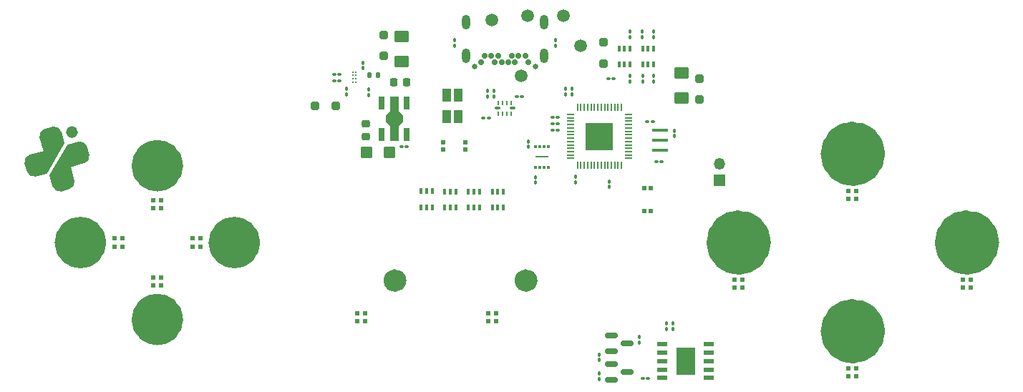
<source format=gbr>
G04 #@! TF.GenerationSoftware,KiCad,Pcbnew,7.0.6*
G04 #@! TF.CreationDate,2023-08-31T16:45:56-07:00*
G04 #@! TF.ProjectId,sgpp_main_pcb,73677070-5f6d-4616-996e-5f7063622e6b,1*
G04 #@! TF.SameCoordinates,Original*
G04 #@! TF.FileFunction,Soldermask,Top*
G04 #@! TF.FilePolarity,Negative*
%FSLAX46Y46*%
G04 Gerber Fmt 4.6, Leading zero omitted, Abs format (unit mm)*
G04 Created by KiCad (PCBNEW 7.0.6) date 2023-08-31 16:45:56*
%MOMM*%
%LPD*%
G01*
G04 APERTURE LIST*
G04 Aperture macros list*
%AMRoundRect*
0 Rectangle with rounded corners*
0 $1 Rounding radius*
0 $2 $3 $4 $5 $6 $7 $8 $9 X,Y pos of 4 corners*
0 Add a 4 corners polygon primitive as box body*
4,1,4,$2,$3,$4,$5,$6,$7,$8,$9,$2,$3,0*
0 Add four circle primitives for the rounded corners*
1,1,$1+$1,$2,$3*
1,1,$1+$1,$4,$5*
1,1,$1+$1,$6,$7*
1,1,$1+$1,$8,$9*
0 Add four rect primitives between the rounded corners*
20,1,$1+$1,$2,$3,$4,$5,0*
20,1,$1+$1,$4,$5,$6,$7,0*
20,1,$1+$1,$6,$7,$8,$9,0*
20,1,$1+$1,$8,$9,$2,$3,0*%
%AMFreePoly0*
4,1,13,0.900000,0.500000,2.600000,0.500000,2.600000,-0.500000,0.900000,-0.500000,0.400000,-1.000000,-0.400000,-1.000000,-0.900000,-0.500000,-2.600000,-0.500000,-2.600000,0.500000,-0.900000,0.500000,-0.400000,1.000000,0.400000,1.000000,0.900000,0.500000,0.900000,0.500000,$1*%
G04 Aperture macros list end*
%ADD10C,3.800000*%
%ADD11C,3.050000*%
%ADD12C,1.354710*%
%ADD13C,0.152400*%
%ADD14C,0.650000*%
%ADD15C,0.700000*%
%ADD16O,1.003200X1.753200*%
%ADD17RoundRect,0.100000X-0.130000X-0.100000X0.130000X-0.100000X0.130000X0.100000X-0.130000X0.100000X0*%
%ADD18RoundRect,0.140000X0.140000X0.170000X-0.140000X0.170000X-0.140000X-0.170000X0.140000X-0.170000X0*%
%ADD19C,0.230000*%
%ADD20RoundRect,0.100000X0.100000X-0.130000X0.100000X0.130000X-0.100000X0.130000X-0.100000X-0.130000X0*%
%ADD21RoundRect,0.100000X0.130000X0.100000X-0.130000X0.100000X-0.130000X-0.100000X0.130000X-0.100000X0*%
%ADD22RoundRect,0.100000X-0.100000X0.130000X-0.100000X-0.130000X0.100000X-0.130000X0.100000X0.130000X0*%
%ADD23RoundRect,0.250000X-0.250000X-0.250000X0.250000X-0.250000X0.250000X0.250000X-0.250000X0.250000X0*%
%ADD24RoundRect,0.150000X-0.587500X-0.150000X0.587500X-0.150000X0.587500X0.150000X-0.587500X0.150000X0*%
%ADD25R,0.550000X0.550000*%
%ADD26RoundRect,0.050000X0.050000X-0.387500X0.050000X0.387500X-0.050000X0.387500X-0.050000X-0.387500X0*%
%ADD27RoundRect,0.050000X0.387500X-0.050000X0.387500X0.050000X-0.387500X0.050000X-0.387500X-0.050000X0*%
%ADD28R,3.200000X3.200000*%
%ADD29R,0.300000X0.400000*%
%ADD30R,1.600000X0.200000*%
%ADD31RoundRect,0.250000X-0.250000X0.250000X-0.250000X-0.250000X0.250000X-0.250000X0.250000X0.250000X0*%
%ADD32R,0.500000X0.550000*%
%ADD33RoundRect,0.250000X0.250000X-0.250000X0.250000X0.250000X-0.250000X0.250000X-0.250000X-0.250000X0*%
%ADD34C,1.500000*%
%ADD35R,0.400000X0.650000*%
%ADD36C,0.500000*%
%ADD37R,0.550000X0.500000*%
%ADD38RoundRect,0.250001X0.624999X-0.462499X0.624999X0.462499X-0.624999X0.462499X-0.624999X-0.462499X0*%
%ADD39RoundRect,0.250000X-0.450000X-0.425000X0.450000X-0.425000X0.450000X0.425000X-0.450000X0.425000X0*%
%ADD40R,1.300000X0.600000*%
%ADD41R,2.300000X3.200000*%
%ADD42R,1.900000X0.400000*%
%ADD43RoundRect,0.225000X-0.225000X-0.250000X0.225000X-0.250000X0.225000X0.250000X-0.225000X0.250000X0*%
%ADD44R,1.000000X1.500000*%
%ADD45R,1.350000X1.350000*%
%ADD46O,1.350000X1.350000*%
%ADD47RoundRect,0.225000X0.250000X-0.225000X0.250000X0.225000X-0.250000X0.225000X-0.250000X-0.225000X0*%
%ADD48R,0.700000X1.500000*%
%ADD49FreePoly0,90.000000*%
%ADD50RoundRect,0.250001X-0.624999X0.462499X-0.624999X-0.462499X0.624999X-0.462499X0.624999X0.462499X0*%
%ADD51RoundRect,0.050000X0.075000X-0.225000X0.075000X0.225000X-0.075000X0.225000X-0.075000X-0.225000X0*%
%ADD52RoundRect,0.050000X0.050000X-0.225000X0.050000X0.225000X-0.050000X0.225000X-0.050000X-0.225000X0*%
%ADD53RoundRect,0.050000X0.250000X-0.100000X0.250000X0.100000X-0.250000X0.100000X-0.250000X-0.100000X0*%
G04 APERTURE END LIST*
D10*
X179550000Y-104644925D02*
G75*
G03*
X179550000Y-104644925I-1900000J0D01*
G01*
X193050000Y-115144925D02*
G75*
G03*
X193050000Y-115144925I-1900000J0D01*
G01*
X193050000Y-94144925D02*
G75*
G03*
X193050000Y-94144925I-1900000J0D01*
G01*
D11*
X119524798Y-104657425D02*
G75*
G03*
X119524798Y-104657425I-1525000J0D01*
G01*
D12*
X137677355Y-109148425D02*
G75*
G03*
X137677355Y-109148425I-677355J0D01*
G01*
D11*
X110425000Y-95557627D02*
G75*
G03*
X110425000Y-95557627I-1525000J0D01*
G01*
X101325202Y-104657425D02*
G75*
G03*
X101325202Y-104657425I-1525000J0D01*
G01*
X110425000Y-113757223D02*
G75*
G03*
X110425000Y-113757223I-1525000J0D01*
G01*
D13*
X93284029Y-95233678D02*
X93405810Y-95738093D01*
X93552535Y-96235693D02*
X93405779Y-95737971D01*
X93818954Y-94333219D02*
X95497054Y-93883544D01*
X94466041Y-96748021D02*
X95771813Y-96398118D01*
X95047379Y-92205441D02*
X95497054Y-93883544D01*
X95559707Y-91291935D02*
X96057429Y-91145179D01*
X95771813Y-96398118D02*
X97812109Y-92864219D01*
X96245697Y-96677328D02*
X98290931Y-93134875D01*
X96561722Y-91023429D02*
X96057307Y-91145210D01*
X96593819Y-97976446D02*
X96245697Y-96677328D01*
X97462181Y-91558354D02*
X97812109Y-92864219D01*
X97494278Y-98511371D02*
X97998693Y-98389590D01*
X98496293Y-98242865D02*
X97998571Y-98389621D01*
X99008621Y-97329359D02*
X98558946Y-95651256D01*
X99589959Y-92786779D02*
X98290931Y-93134875D01*
X100237046Y-95201581D02*
X98558946Y-95651256D01*
X100503465Y-93299107D02*
X100650221Y-93796829D01*
X100771971Y-94301122D02*
X100650190Y-93796707D01*
X93818954Y-94333220D02*
G75*
G03*
X93284030Y-95233678I194126J-724439D01*
G01*
X93552536Y-96235693D02*
G75*
G03*
X94466041Y-96748020I719379J212112D01*
G01*
X95559707Y-91291936D02*
G75*
G03*
X95047380Y-92205441I212112J-719379D01*
G01*
X97462180Y-91558354D02*
G75*
G03*
X96561722Y-91023430I-724439J-194126D01*
G01*
X96593820Y-97976446D02*
G75*
G03*
X97494278Y-98511370I724439J194126D01*
G01*
X98496293Y-98242864D02*
G75*
G03*
X99008620Y-97329359I-212112J719379D01*
G01*
X100503464Y-93299107D02*
G75*
G03*
X99589959Y-92786779I-719374J-212103D01*
G01*
X100237046Y-95201579D02*
G75*
G03*
X100771971Y-94301122I-194126J724439D01*
G01*
X99417959Y-91588966D02*
G75*
G03*
X99417959Y-91588966I-625000J0D01*
G01*
G36*
X99052996Y-91002398D02*
G01*
X99272995Y-91187398D01*
X99403000Y-91437402D01*
X99397999Y-91732400D01*
X99277999Y-91967403D01*
X99128003Y-92107400D01*
X98928001Y-92197402D01*
X98708000Y-92207399D01*
X98522996Y-92152400D01*
X98333001Y-92032404D01*
X98223004Y-91852409D01*
X98163000Y-91707400D01*
X98163000Y-91482405D01*
X98223001Y-91312396D01*
X98327998Y-91132404D01*
X98562995Y-90997402D01*
X98763005Y-90967402D01*
X99052996Y-91002398D01*
G37*
G36*
X96938002Y-91012401D02*
G01*
X97198007Y-91152405D01*
X97368001Y-91337400D01*
X97488001Y-91677405D01*
X97807999Y-92847400D01*
X95763002Y-96392399D01*
X94473008Y-96742398D01*
X94277998Y-96767401D01*
X94092998Y-96752399D01*
X93908006Y-96692399D01*
X93722998Y-96542399D01*
X93588001Y-96357400D01*
X93248000Y-95152397D01*
X93258001Y-94942403D01*
X93313001Y-94752401D01*
X93397999Y-94607403D01*
X93553000Y-94437400D01*
X93803003Y-94322401D01*
X95474414Y-93874702D01*
X95478906Y-93873497D01*
X95482999Y-93872401D01*
X95058020Y-92287473D01*
X95039486Y-92276862D01*
X95016000Y-92127404D01*
X95043003Y-91817398D01*
X95158001Y-91562401D01*
X95333003Y-91362398D01*
X95888026Y-91167392D01*
X96587998Y-91002404D01*
X96938002Y-91012401D01*
G37*
G36*
X99963002Y-92777401D02*
G01*
X100147994Y-92837401D01*
X100333002Y-92987401D01*
X100467999Y-93172400D01*
X100808000Y-94377403D01*
X100797999Y-94587397D01*
X100742999Y-94777399D01*
X100658001Y-94922397D01*
X100503000Y-95092400D01*
X100252997Y-95207399D01*
X98581586Y-95655098D01*
X98577094Y-95656303D01*
X98573001Y-95657399D01*
X98997980Y-97242327D01*
X99016514Y-97252938D01*
X99040000Y-97402396D01*
X99012997Y-97712402D01*
X98897999Y-97967399D01*
X98722997Y-98167402D01*
X98167974Y-98362408D01*
X97468002Y-98527396D01*
X97117998Y-98517399D01*
X96857993Y-98377395D01*
X96687999Y-98192400D01*
X96567999Y-97852395D01*
X96248001Y-96682400D01*
X98292998Y-93137401D01*
X99582992Y-92787402D01*
X99778002Y-92762399D01*
X99963002Y-92777401D01*
G37*
D12*
X153177355Y-109148425D02*
G75*
G03*
X153177355Y-109148425I-677355J0D01*
G01*
D10*
X206550000Y-104644925D02*
G75*
G03*
X206550000Y-104644925I-1900000J0D01*
G01*
D14*
X146400000Y-83842425D03*
X153600000Y-83842425D03*
D15*
X152800000Y-83302425D03*
X152400000Y-82592425D03*
X151600000Y-82592425D03*
X151200000Y-83302425D03*
X150800000Y-82592425D03*
X150400000Y-83302425D03*
X149600000Y-83302425D03*
X149200000Y-82592425D03*
X148800000Y-83302425D03*
X148400000Y-82592425D03*
X147600000Y-82592425D03*
X147200000Y-83302425D03*
D16*
X145400000Y-82592425D03*
X145400000Y-78592425D03*
X154600000Y-82592425D03*
X154600000Y-78592425D03*
D17*
X129786617Y-84757101D03*
X130426617Y-84757101D03*
D18*
X134970617Y-84868934D03*
X134010617Y-84868934D03*
D19*
X131992617Y-84465101D03*
X132392617Y-84465101D03*
X131992617Y-84865101D03*
X132392617Y-84865101D03*
X131992617Y-85265101D03*
X132392617Y-85265101D03*
X131992617Y-85665101D03*
X132392617Y-85665101D03*
D20*
X133934200Y-87188000D03*
X133934200Y-86548000D03*
X133225057Y-84000021D03*
X133225057Y-83360021D03*
D21*
X130426617Y-85519101D03*
X129786617Y-85519101D03*
D22*
X131256387Y-86469101D03*
X131256387Y-87109101D03*
D23*
X127502600Y-88468200D03*
X130002600Y-88468200D03*
D24*
X162613100Y-115618562D03*
X162613100Y-117518562D03*
X164488100Y-116568562D03*
D25*
X190625000Y-99482425D03*
X191575000Y-99482425D03*
X191575000Y-98532425D03*
X190625000Y-98532425D03*
X108425000Y-100562425D03*
X109375000Y-100562425D03*
X109375000Y-99612425D03*
X108425000Y-99612425D03*
D26*
X158595680Y-95532853D03*
X158995680Y-95532853D03*
X159395680Y-95532853D03*
X159795680Y-95532853D03*
X160195680Y-95532853D03*
X160595680Y-95532853D03*
X160995680Y-95532853D03*
X161395680Y-95532853D03*
X161795680Y-95532853D03*
X162195680Y-95532853D03*
X162595680Y-95532853D03*
X162995680Y-95532853D03*
X163395680Y-95532853D03*
X163795680Y-95532853D03*
D27*
X164633180Y-94695353D03*
X164633180Y-94295353D03*
X164633180Y-93895353D03*
X164633180Y-93495353D03*
X164633180Y-93095353D03*
X164633180Y-92695353D03*
X164633180Y-92295353D03*
X164633180Y-91895353D03*
X164633180Y-91495353D03*
X164633180Y-91095353D03*
X164633180Y-90695353D03*
X164633180Y-90295353D03*
X164633180Y-89895353D03*
X164633180Y-89495353D03*
D26*
X163795680Y-88657853D03*
X163395680Y-88657853D03*
X162995680Y-88657853D03*
X162595680Y-88657853D03*
X162195680Y-88657853D03*
X161795680Y-88657853D03*
X161395680Y-88657853D03*
X160995680Y-88657853D03*
X160595680Y-88657853D03*
X160195680Y-88657853D03*
X159795680Y-88657853D03*
X159395680Y-88657853D03*
X158995680Y-88657853D03*
X158595680Y-88657853D03*
D27*
X157758180Y-89495353D03*
X157758180Y-89895353D03*
X157758180Y-90295353D03*
X157758180Y-90695353D03*
X157758180Y-91095353D03*
X157758180Y-91495353D03*
X157758180Y-91895353D03*
X157758180Y-92295353D03*
X157758180Y-92695353D03*
X157758180Y-93095353D03*
X157758180Y-93495353D03*
X157758180Y-93895353D03*
X157758180Y-94295353D03*
X157758180Y-94695353D03*
D28*
X161195680Y-92095353D03*
D20*
X169113200Y-114874000D03*
X169113200Y-114234000D03*
D22*
X169900600Y-114234000D03*
X169900600Y-114874000D03*
D25*
X177125000Y-109982425D03*
X178075000Y-109982425D03*
X178075000Y-109032425D03*
X177125000Y-109032425D03*
D29*
X153603839Y-95730818D03*
X154103839Y-95730818D03*
X154603839Y-95730818D03*
X155103839Y-95730818D03*
X155103839Y-93330818D03*
X154603839Y-93330818D03*
X154103839Y-93330818D03*
X153603839Y-93330818D03*
D30*
X154353839Y-94530818D03*
D21*
X168544200Y-95072200D03*
X167904200Y-95072200D03*
D31*
X173049078Y-85243791D03*
X173049078Y-87743791D03*
D25*
X132525000Y-113962425D03*
X133475000Y-113962425D03*
X133475000Y-113012425D03*
X132525000Y-113012425D03*
D31*
X161702814Y-80976323D03*
X161702814Y-83476323D03*
D22*
X161185407Y-117912482D03*
X161185407Y-118552482D03*
D32*
X167278000Y-98243000D03*
X166478000Y-98243000D03*
X167278000Y-100893000D03*
X166478000Y-100893000D03*
D20*
X166283024Y-85568716D03*
X166283024Y-84928716D03*
X162357100Y-98053897D03*
X162357100Y-97413897D03*
D33*
X135665956Y-82558529D03*
X135665956Y-80058529D03*
D20*
X157906304Y-87125125D03*
X157906304Y-86485125D03*
D17*
X137758163Y-93294934D03*
X138398163Y-93294934D03*
D22*
X164796362Y-79698927D03*
X164796362Y-80338927D03*
D20*
X158352939Y-97509723D03*
X158352939Y-96869723D03*
X152810910Y-93318611D03*
X152810910Y-92678611D03*
D34*
X158927800Y-81381600D03*
D35*
X149819674Y-98621320D03*
X149169674Y-98621320D03*
X148519674Y-98621320D03*
X148519674Y-100521320D03*
X149169674Y-100521320D03*
X149819674Y-100521320D03*
D21*
X148097200Y-89916000D03*
X147457200Y-89916000D03*
D36*
X136500000Y-109148425D03*
X137500000Y-109148425D03*
D25*
X113025000Y-105132425D03*
X113975000Y-105132425D03*
X113975000Y-104182425D03*
X113025000Y-104182425D03*
D17*
X151406885Y-87373476D03*
X152046885Y-87373476D03*
D24*
X162613100Y-119039600D03*
X162613100Y-120939600D03*
X164488100Y-119989600D03*
D37*
X142693000Y-92818000D03*
X142693000Y-93618000D03*
X145343000Y-92818000D03*
X145343000Y-93618000D03*
D17*
X162214600Y-85242400D03*
X162854600Y-85242400D03*
X155620853Y-91341188D03*
X156260853Y-91341188D03*
D38*
X170922381Y-87522240D03*
X170922381Y-84547240D03*
D25*
X148025000Y-113962425D03*
X148975000Y-113962425D03*
X148975000Y-113012425D03*
X148025000Y-113012425D03*
D20*
X153644600Y-97551200D03*
X153644600Y-96911200D03*
D34*
X156921200Y-77851000D03*
D22*
X167582546Y-79682900D03*
X167582546Y-80322900D03*
D35*
X144189674Y-98621320D03*
X143539674Y-98621320D03*
X142889674Y-98621320D03*
X142889674Y-100521320D03*
X143539674Y-100521320D03*
X144189674Y-100521320D03*
D25*
X108425000Y-109732425D03*
X109375000Y-109732425D03*
X109375000Y-108782425D03*
X108425000Y-108782425D03*
D39*
X133642607Y-93993901D03*
X136342607Y-93993901D03*
D40*
X174140965Y-120693298D03*
X174140965Y-119693298D03*
X174140965Y-118693298D03*
X174140965Y-117693298D03*
X174140965Y-116693298D03*
X168640965Y-116693298D03*
X168640965Y-117693298D03*
X168640965Y-118693298D03*
X168640965Y-119693298D03*
X168640965Y-120693298D03*
D41*
X171390965Y-118693298D03*
D35*
X141395674Y-98594320D03*
X140745674Y-98594320D03*
X140095674Y-98594320D03*
X140095674Y-100494320D03*
X140745674Y-100494320D03*
X141395674Y-100494320D03*
D21*
X167493180Y-90339353D03*
X166853180Y-90339353D03*
D34*
X151968200Y-84886800D03*
D17*
X155620853Y-90593353D03*
X156260853Y-90593353D03*
D20*
X144018000Y-81346000D03*
X144018000Y-80706000D03*
D42*
X168376600Y-93763800D03*
X168376600Y-92563800D03*
X168376600Y-91363800D03*
D43*
X136842200Y-85699600D03*
X138392200Y-85699600D03*
D20*
X167581248Y-85583783D03*
X167581248Y-84943783D03*
D22*
X166256061Y-79702188D03*
X166256061Y-80342188D03*
D21*
X166927409Y-120696962D03*
X166287409Y-120696962D03*
D44*
X144455520Y-89765800D03*
X143155520Y-89765800D03*
D17*
X155617393Y-89831353D03*
X156257393Y-89831353D03*
D35*
X146983674Y-98621320D03*
X146333674Y-98621320D03*
X145683674Y-98621320D03*
X145683674Y-100521320D03*
X146333674Y-100521320D03*
X146983674Y-100521320D03*
D34*
X152654000Y-77825600D03*
D45*
X175361600Y-97300800D03*
D46*
X175361600Y-95300800D03*
D22*
X170027600Y-91399400D03*
X170027600Y-92039400D03*
D20*
X164787763Y-85563797D03*
X164787763Y-84923797D03*
X157137453Y-87126612D03*
X157137453Y-86486612D03*
X147968546Y-87349825D03*
X147968546Y-86709825D03*
D47*
X133578316Y-92150351D03*
X133578316Y-90600351D03*
D35*
X166284012Y-83575538D03*
X166934012Y-83575538D03*
X167584012Y-83575538D03*
X167584012Y-81675538D03*
X166934012Y-81675538D03*
X166284012Y-81675538D03*
D25*
X190625000Y-120482425D03*
X191575000Y-120482425D03*
X191575000Y-119532425D03*
X190625000Y-119532425D03*
D22*
X155956000Y-80706000D03*
X155956000Y-81346000D03*
D44*
X144455520Y-87225800D03*
X143155520Y-87225800D03*
D22*
X165880287Y-115859600D03*
X165880287Y-116499600D03*
D36*
X152000000Y-109148425D03*
X153000000Y-109148425D03*
D48*
X135398757Y-91846440D03*
D49*
X136898757Y-89996440D03*
D48*
X138398757Y-91846440D03*
X138398757Y-88146440D03*
X135398757Y-88146440D03*
D34*
X148488400Y-78282800D03*
D20*
X161185407Y-120817600D03*
X161185407Y-120177600D03*
D25*
X204125000Y-109982425D03*
X205075000Y-109982425D03*
X205075000Y-109032425D03*
X204125000Y-109032425D03*
D35*
X163490012Y-83575538D03*
X164140012Y-83575538D03*
X164790012Y-83575538D03*
X164790012Y-81675538D03*
X164140012Y-81675538D03*
X163490012Y-81675538D03*
D25*
X103825000Y-105132425D03*
X104775000Y-105132425D03*
X104775000Y-104182425D03*
X103825000Y-104182425D03*
D50*
X137814537Y-80258662D03*
X137814537Y-83233662D03*
D51*
X149250546Y-89448000D03*
D52*
X149750546Y-89448000D03*
X150250546Y-89448000D03*
D51*
X150750546Y-89448000D03*
D53*
X150900546Y-88773000D03*
D51*
X150750546Y-88098000D03*
D52*
X150250546Y-88098000D03*
X149750546Y-88098000D03*
D51*
X149250546Y-88098000D03*
D53*
X149100546Y-88773000D03*
D22*
X148730546Y-86709825D03*
X148730546Y-87349825D03*
M02*

</source>
